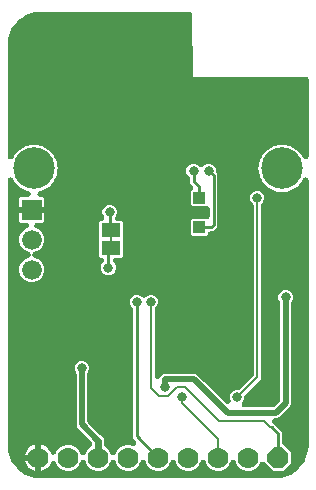
<source format=gbr>
G04 EAGLE Gerber RS-274X export*
G75*
%MOMM*%
%FSLAX34Y34*%
%LPD*%
%INBottom Copper*%
%IPPOS*%
%AMOC8*
5,1,8,0,0,1.08239X$1,22.5*%
G01*
%ADD10R,1.600200X1.168400*%
%ADD11R,0.203200X0.635000*%
%ADD12R,1.000000X1.000000*%
%ADD13C,3.516000*%
%ADD14P,1.924489X8X292.500000*%
%ADD15C,1.778000*%
%ADD16R,1.676400X1.676400*%
%ADD17C,1.676400*%
%ADD18C,0.806400*%
%ADD19C,0.500000*%
%ADD20C,0.250000*%
%ADD21C,0.210000*%
%ADD22C,0.254000*%
%ADD23C,0.203200*%
%ADD24C,0.609600*%

G36*
X230033Y2544D02*
X230033Y2544D01*
X230196Y2548D01*
X234101Y2856D01*
X234269Y2884D01*
X234438Y2906D01*
X234510Y2925D01*
X234541Y2930D01*
X234575Y2943D01*
X234677Y2970D01*
X242104Y5384D01*
X242145Y5401D01*
X242189Y5413D01*
X242351Y5489D01*
X242515Y5559D01*
X242552Y5584D01*
X242593Y5603D01*
X242801Y5739D01*
X249118Y10329D01*
X249153Y10359D01*
X249190Y10383D01*
X249320Y10505D01*
X249455Y10622D01*
X249483Y10658D01*
X249516Y10689D01*
X249671Y10882D01*
X254261Y17199D01*
X254285Y17238D01*
X254313Y17273D01*
X254399Y17429D01*
X254491Y17583D01*
X254507Y17625D01*
X254528Y17665D01*
X254616Y17896D01*
X257030Y25323D01*
X257068Y25489D01*
X257113Y25654D01*
X257122Y25728D01*
X257129Y25759D01*
X257131Y25795D01*
X257144Y25899D01*
X257452Y29804D01*
X257451Y29837D01*
X257459Y30000D01*
X257459Y254869D01*
X257445Y255027D01*
X257439Y255185D01*
X257425Y255249D01*
X257419Y255314D01*
X257377Y255467D01*
X257343Y255622D01*
X257318Y255682D01*
X257301Y255745D01*
X257232Y255888D01*
X257171Y256034D01*
X257136Y256089D01*
X257108Y256147D01*
X257015Y256276D01*
X256929Y256409D01*
X256884Y256456D01*
X256846Y256509D01*
X256731Y256619D01*
X256623Y256735D01*
X256571Y256774D01*
X256524Y256819D01*
X256392Y256907D01*
X256264Y257001D01*
X256206Y257030D01*
X256152Y257066D01*
X256006Y257129D01*
X255864Y257199D01*
X255801Y257217D01*
X255741Y257243D01*
X255587Y257279D01*
X255435Y257323D01*
X255370Y257329D01*
X255306Y257344D01*
X255148Y257352D01*
X254990Y257368D01*
X254925Y257363D01*
X254860Y257366D01*
X254703Y257346D01*
X254545Y257334D01*
X254482Y257317D01*
X254417Y257309D01*
X254266Y257261D01*
X254113Y257220D01*
X254054Y257193D01*
X253992Y257173D01*
X253852Y257099D01*
X253708Y257032D01*
X253655Y256994D01*
X253597Y256964D01*
X253472Y256866D01*
X253343Y256775D01*
X253297Y256728D01*
X253246Y256688D01*
X253141Y256569D01*
X253029Y256456D01*
X252973Y256380D01*
X252949Y256354D01*
X252932Y256325D01*
X252882Y256258D01*
X252296Y255381D01*
X252238Y255274D01*
X252171Y255173D01*
X252097Y255016D01*
X252082Y254989D01*
X252078Y254975D01*
X252066Y254949D01*
X251627Y253890D01*
X250816Y253080D01*
X250738Y252986D01*
X250653Y252900D01*
X250550Y252761D01*
X250530Y252737D01*
X250523Y252724D01*
X250506Y252701D01*
X249221Y250779D01*
X247299Y249494D01*
X247204Y249418D01*
X247104Y249350D01*
X246975Y249234D01*
X246951Y249214D01*
X246942Y249203D01*
X246920Y249184D01*
X246110Y248373D01*
X245051Y247934D01*
X244943Y247878D01*
X244831Y247831D01*
X244683Y247742D01*
X244655Y247727D01*
X244643Y247718D01*
X244619Y247704D01*
X242696Y246419D01*
X240429Y245968D01*
X240312Y245934D01*
X240193Y245909D01*
X240030Y245851D01*
X240000Y245842D01*
X239987Y245836D01*
X239960Y245826D01*
X238901Y245387D01*
X237755Y245387D01*
X237634Y245376D01*
X237512Y245375D01*
X237341Y245350D01*
X237310Y245347D01*
X237296Y245343D01*
X237267Y245339D01*
X235000Y244888D01*
X232733Y245339D01*
X232612Y245352D01*
X232492Y245375D01*
X232319Y245384D01*
X232288Y245387D01*
X232274Y245386D01*
X232245Y245387D01*
X231099Y245387D01*
X230040Y245826D01*
X229924Y245862D01*
X229811Y245908D01*
X229643Y245950D01*
X229614Y245959D01*
X229599Y245961D01*
X229571Y245968D01*
X227304Y246419D01*
X225381Y247704D01*
X225274Y247762D01*
X225173Y247829D01*
X225016Y247903D01*
X224989Y247918D01*
X224975Y247922D01*
X224949Y247934D01*
X223890Y248373D01*
X223080Y249184D01*
X222986Y249262D01*
X222900Y249347D01*
X222761Y249450D01*
X222737Y249470D01*
X222724Y249477D01*
X222701Y249494D01*
X220779Y250779D01*
X219494Y252701D01*
X219418Y252796D01*
X219350Y252896D01*
X219234Y253025D01*
X219214Y253049D01*
X219203Y253058D01*
X219184Y253080D01*
X218373Y253890D01*
X217934Y254949D01*
X217878Y255057D01*
X217831Y255169D01*
X217742Y255317D01*
X217727Y255345D01*
X217718Y255357D01*
X217704Y255381D01*
X216419Y257304D01*
X215968Y259571D01*
X215934Y259688D01*
X215909Y259807D01*
X215851Y259970D01*
X215842Y260000D01*
X215836Y260013D01*
X215826Y260040D01*
X215387Y261099D01*
X215387Y262245D01*
X215376Y262366D01*
X215375Y262488D01*
X215350Y262659D01*
X215347Y262690D01*
X215343Y262704D01*
X215339Y262733D01*
X214888Y265000D01*
X215339Y267267D01*
X215352Y267388D01*
X215375Y267508D01*
X215384Y267681D01*
X215387Y267712D01*
X215386Y267726D01*
X215387Y267755D01*
X215387Y268901D01*
X215826Y269960D01*
X215862Y270076D01*
X215908Y270189D01*
X215950Y270357D01*
X215959Y270386D01*
X215961Y270401D01*
X215968Y270429D01*
X216419Y272696D01*
X217704Y274619D01*
X217762Y274726D01*
X217829Y274827D01*
X217903Y274984D01*
X217918Y275011D01*
X217922Y275025D01*
X217934Y275051D01*
X218373Y276110D01*
X219184Y276920D01*
X219262Y277014D01*
X219347Y277100D01*
X219450Y277239D01*
X219470Y277263D01*
X219477Y277276D01*
X219494Y277299D01*
X220779Y279221D01*
X222701Y280506D01*
X222796Y280582D01*
X222896Y280650D01*
X223025Y280766D01*
X223049Y280786D01*
X223058Y280797D01*
X223080Y280816D01*
X223890Y281627D01*
X224949Y282066D01*
X225057Y282122D01*
X225169Y282169D01*
X225317Y282258D01*
X225345Y282273D01*
X225357Y282282D01*
X225381Y282296D01*
X227304Y283581D01*
X229571Y284032D01*
X229688Y284066D01*
X229807Y284091D01*
X229970Y284149D01*
X230000Y284158D01*
X230013Y284164D01*
X230040Y284174D01*
X231099Y284613D01*
X232245Y284613D01*
X232366Y284624D01*
X232488Y284625D01*
X232659Y284650D01*
X232690Y284653D01*
X232704Y284657D01*
X232733Y284661D01*
X235000Y285112D01*
X237267Y284661D01*
X237388Y284648D01*
X237508Y284625D01*
X237681Y284616D01*
X237712Y284613D01*
X237726Y284614D01*
X237755Y284613D01*
X238901Y284613D01*
X239960Y284174D01*
X240076Y284138D01*
X240189Y284092D01*
X240357Y284050D01*
X240386Y284041D01*
X240401Y284039D01*
X240429Y284032D01*
X242696Y283581D01*
X244619Y282296D01*
X244726Y282238D01*
X244827Y282171D01*
X244984Y282097D01*
X245011Y282082D01*
X245025Y282078D01*
X245051Y282066D01*
X246110Y281627D01*
X246920Y280816D01*
X247014Y280738D01*
X247100Y280653D01*
X247239Y280550D01*
X247263Y280530D01*
X247276Y280523D01*
X247299Y280506D01*
X249221Y279221D01*
X250506Y277299D01*
X250582Y277204D01*
X250650Y277104D01*
X250766Y276975D01*
X250786Y276951D01*
X250797Y276942D01*
X250816Y276920D01*
X251627Y276110D01*
X252066Y275051D01*
X252122Y274943D01*
X252169Y274831D01*
X252258Y274682D01*
X252273Y274655D01*
X252282Y274644D01*
X252296Y274619D01*
X252882Y273742D01*
X252981Y273619D01*
X253074Y273491D01*
X253121Y273445D01*
X253162Y273395D01*
X253282Y273291D01*
X253396Y273181D01*
X253451Y273145D01*
X253500Y273102D01*
X253636Y273022D01*
X253768Y272934D01*
X253828Y272908D01*
X253885Y272875D01*
X254033Y272820D01*
X254179Y272757D01*
X254242Y272742D01*
X254303Y272719D01*
X254460Y272692D01*
X254614Y272656D01*
X254679Y272653D01*
X254743Y272641D01*
X254902Y272641D01*
X255060Y272634D01*
X255125Y272642D01*
X255190Y272642D01*
X255346Y272671D01*
X255503Y272691D01*
X255565Y272711D01*
X255629Y272723D01*
X255778Y272779D01*
X255928Y272827D01*
X255986Y272857D01*
X256047Y272880D01*
X256183Y272962D01*
X256323Y273036D01*
X256374Y273076D01*
X256430Y273110D01*
X256550Y273214D01*
X256674Y273312D01*
X256718Y273361D01*
X256767Y273404D01*
X256865Y273528D01*
X256971Y273646D01*
X257005Y273702D01*
X257045Y273753D01*
X257120Y273893D01*
X257203Y274028D01*
X257226Y274089D01*
X257257Y274146D01*
X257306Y274297D01*
X257363Y274445D01*
X257376Y274509D01*
X257396Y274571D01*
X257417Y274728D01*
X257447Y274884D01*
X257452Y274979D01*
X257457Y275014D01*
X257455Y275047D01*
X257459Y275131D01*
X257459Y340000D01*
X257457Y340028D01*
X257457Y340039D01*
X257455Y340056D01*
X257457Y340100D01*
X257435Y340272D01*
X257419Y340445D01*
X257406Y340493D01*
X257400Y340543D01*
X257347Y340708D01*
X257301Y340876D01*
X257279Y340921D01*
X257264Y340968D01*
X257183Y341122D01*
X257108Y341278D01*
X257078Y341319D01*
X257055Y341363D01*
X256948Y341500D01*
X256846Y341640D01*
X256810Y341675D01*
X256779Y341714D01*
X256649Y341830D01*
X256524Y341950D01*
X256482Y341977D01*
X256444Y342011D01*
X256296Y342101D01*
X256152Y342197D01*
X256106Y342217D01*
X256063Y342243D01*
X255901Y342305D01*
X255741Y342374D01*
X255693Y342385D01*
X255646Y342403D01*
X255475Y342436D01*
X255306Y342475D01*
X255256Y342478D01*
X255207Y342487D01*
X254960Y342499D01*
X159907Y342499D01*
X158795Y395013D01*
X158795Y395020D01*
X158795Y395023D01*
X158793Y395037D01*
X158794Y395060D01*
X158768Y395258D01*
X158746Y395457D01*
X158739Y395480D01*
X158736Y395503D01*
X158676Y395693D01*
X158618Y395885D01*
X158608Y395906D01*
X158601Y395928D01*
X158507Y396105D01*
X158417Y396284D01*
X158402Y396302D01*
X158391Y396323D01*
X158268Y396480D01*
X158147Y396640D01*
X158130Y396656D01*
X158115Y396674D01*
X157966Y396807D01*
X157819Y396942D01*
X157799Y396955D01*
X157781Y396971D01*
X157611Y397074D01*
X157441Y397182D01*
X157420Y397191D01*
X157400Y397203D01*
X157213Y397274D01*
X157028Y397350D01*
X157005Y397355D01*
X156983Y397363D01*
X156786Y397401D01*
X156591Y397442D01*
X156567Y397443D01*
X156544Y397447D01*
X156297Y397459D01*
X30000Y397459D01*
X29967Y397456D01*
X29804Y397452D01*
X25899Y397144D01*
X25731Y397116D01*
X25562Y397094D01*
X25490Y397075D01*
X25459Y397070D01*
X25425Y397057D01*
X25323Y397030D01*
X17896Y394616D01*
X17855Y394599D01*
X17811Y394587D01*
X17649Y394511D01*
X17485Y394441D01*
X17448Y394416D01*
X17407Y394397D01*
X17199Y394261D01*
X10882Y389671D01*
X10847Y389641D01*
X10810Y389617D01*
X10680Y389495D01*
X10545Y389378D01*
X10517Y389342D01*
X10484Y389311D01*
X10329Y389118D01*
X5739Y382801D01*
X5715Y382762D01*
X5687Y382727D01*
X5601Y382571D01*
X5509Y382417D01*
X5493Y382375D01*
X5472Y382335D01*
X5384Y382104D01*
X2970Y374677D01*
X2932Y374511D01*
X2887Y374346D01*
X2878Y374272D01*
X2871Y374241D01*
X2869Y374205D01*
X2856Y374101D01*
X2548Y370196D01*
X2549Y370163D01*
X2541Y370000D01*
X2541Y275131D01*
X2555Y274973D01*
X2561Y274815D01*
X2575Y274751D01*
X2581Y274686D01*
X2623Y274533D01*
X2657Y274378D01*
X2682Y274318D01*
X2699Y274255D01*
X2768Y274112D01*
X2829Y273966D01*
X2864Y273911D01*
X2892Y273853D01*
X2985Y273724D01*
X3071Y273591D01*
X3116Y273544D01*
X3154Y273491D01*
X3269Y273381D01*
X3377Y273265D01*
X3429Y273226D01*
X3476Y273181D01*
X3608Y273093D01*
X3736Y272999D01*
X3794Y272970D01*
X3848Y272934D01*
X3994Y272871D01*
X4136Y272801D01*
X4199Y272783D01*
X4259Y272757D01*
X4413Y272721D01*
X4565Y272677D01*
X4630Y272671D01*
X4694Y272656D01*
X4852Y272648D01*
X5010Y272632D01*
X5075Y272637D01*
X5140Y272634D01*
X5297Y272654D01*
X5455Y272666D01*
X5518Y272683D01*
X5583Y272691D01*
X5734Y272739D01*
X5887Y272780D01*
X5946Y272807D01*
X6008Y272827D01*
X6148Y272901D01*
X6292Y272968D01*
X6345Y273006D01*
X6403Y273036D01*
X6528Y273134D01*
X6657Y273225D01*
X6703Y273272D01*
X6754Y273312D01*
X6859Y273431D01*
X6971Y273544D01*
X7027Y273620D01*
X7051Y273646D01*
X7068Y273675D01*
X7118Y273742D01*
X7704Y274619D01*
X7762Y274726D01*
X7829Y274827D01*
X7903Y274984D01*
X7918Y275011D01*
X7922Y275025D01*
X7934Y275051D01*
X8373Y276110D01*
X9184Y276920D01*
X9262Y277014D01*
X9347Y277100D01*
X9450Y277239D01*
X9470Y277263D01*
X9477Y277276D01*
X9494Y277299D01*
X10779Y279221D01*
X12701Y280506D01*
X12796Y280582D01*
X12896Y280650D01*
X13025Y280766D01*
X13049Y280786D01*
X13058Y280797D01*
X13080Y280816D01*
X13890Y281627D01*
X14949Y282066D01*
X15057Y282122D01*
X15169Y282169D01*
X15317Y282258D01*
X15345Y282273D01*
X15357Y282282D01*
X15381Y282296D01*
X17304Y283581D01*
X19571Y284032D01*
X19688Y284066D01*
X19807Y284091D01*
X19970Y284149D01*
X20000Y284158D01*
X20013Y284164D01*
X20040Y284174D01*
X21099Y284613D01*
X22245Y284613D01*
X22366Y284624D01*
X22488Y284625D01*
X22659Y284650D01*
X22690Y284653D01*
X22704Y284657D01*
X22733Y284661D01*
X25000Y285112D01*
X27267Y284661D01*
X27388Y284648D01*
X27508Y284625D01*
X27681Y284616D01*
X27712Y284613D01*
X27726Y284614D01*
X27755Y284613D01*
X28901Y284613D01*
X29960Y284174D01*
X30076Y284138D01*
X30189Y284092D01*
X30357Y284050D01*
X30386Y284041D01*
X30401Y284039D01*
X30429Y284032D01*
X32696Y283581D01*
X34619Y282296D01*
X34726Y282238D01*
X34827Y282171D01*
X34984Y282097D01*
X35011Y282082D01*
X35025Y282078D01*
X35051Y282066D01*
X36110Y281627D01*
X36920Y280816D01*
X37014Y280738D01*
X37100Y280653D01*
X37239Y280550D01*
X37263Y280530D01*
X37276Y280523D01*
X37299Y280506D01*
X39221Y279221D01*
X40506Y277299D01*
X40582Y277204D01*
X40650Y277104D01*
X40766Y276975D01*
X40786Y276951D01*
X40797Y276942D01*
X40816Y276920D01*
X41627Y276110D01*
X42066Y275051D01*
X42122Y274943D01*
X42169Y274831D01*
X42258Y274683D01*
X42273Y274655D01*
X42282Y274643D01*
X42296Y274619D01*
X43581Y272696D01*
X44032Y270429D01*
X44066Y270312D01*
X44091Y270193D01*
X44149Y270030D01*
X44158Y270000D01*
X44164Y269987D01*
X44174Y269960D01*
X44613Y268901D01*
X44613Y267755D01*
X44624Y267634D01*
X44625Y267512D01*
X44650Y267341D01*
X44653Y267310D01*
X44657Y267296D01*
X44661Y267267D01*
X45112Y265000D01*
X44661Y262733D01*
X44648Y262612D01*
X44625Y262492D01*
X44616Y262319D01*
X44613Y262288D01*
X44614Y262274D01*
X44613Y262245D01*
X44613Y261099D01*
X44174Y260040D01*
X44138Y259924D01*
X44092Y259811D01*
X44050Y259643D01*
X44041Y259614D01*
X44039Y259599D01*
X44032Y259571D01*
X43581Y257304D01*
X42296Y255381D01*
X42238Y255274D01*
X42171Y255173D01*
X42097Y255016D01*
X42082Y254989D01*
X42078Y254975D01*
X42066Y254949D01*
X41627Y253890D01*
X40816Y253080D01*
X40738Y252986D01*
X40653Y252900D01*
X40550Y252761D01*
X40530Y252737D01*
X40523Y252724D01*
X40506Y252701D01*
X39221Y250779D01*
X37299Y249494D01*
X37204Y249418D01*
X37104Y249350D01*
X36975Y249234D01*
X36951Y249214D01*
X36942Y249203D01*
X36920Y249184D01*
X36110Y248373D01*
X35051Y247934D01*
X34943Y247878D01*
X34831Y247831D01*
X34683Y247742D01*
X34655Y247727D01*
X34643Y247718D01*
X34619Y247704D01*
X32696Y246419D01*
X30429Y245968D01*
X30312Y245934D01*
X30193Y245909D01*
X30030Y245851D01*
X30000Y245842D01*
X29987Y245836D01*
X29960Y245826D01*
X29417Y245601D01*
X29258Y245518D01*
X29095Y245440D01*
X29060Y245414D01*
X29021Y245394D01*
X28880Y245284D01*
X28733Y245178D01*
X28703Y245146D01*
X28669Y245120D01*
X28549Y244986D01*
X28424Y244856D01*
X28400Y244819D01*
X28371Y244787D01*
X28276Y244634D01*
X28177Y244484D01*
X28159Y244443D01*
X28137Y244407D01*
X28071Y244239D01*
X28000Y244073D01*
X27990Y244031D01*
X27974Y243990D01*
X27939Y243813D01*
X27898Y243638D01*
X27896Y243595D01*
X27888Y243552D01*
X27885Y243372D01*
X27876Y243192D01*
X27882Y243149D01*
X27881Y243105D01*
X27911Y242928D01*
X27934Y242749D01*
X27947Y242708D01*
X27954Y242665D01*
X28015Y242495D01*
X28070Y242324D01*
X28090Y242285D01*
X28105Y242244D01*
X28194Y242088D01*
X28279Y241929D01*
X28306Y241895D01*
X28327Y241857D01*
X28444Y241719D01*
X28555Y241578D01*
X28587Y241549D01*
X28616Y241516D01*
X28754Y241401D01*
X28889Y241281D01*
X28926Y241259D01*
X28960Y241231D01*
X29117Y241143D01*
X29271Y241049D01*
X29311Y241034D01*
X29349Y241012D01*
X29519Y240953D01*
X29688Y240889D01*
X29731Y240881D01*
X29771Y240866D01*
X29949Y240839D01*
X30126Y240805D01*
X30186Y240802D01*
X30213Y240798D01*
X30250Y240799D01*
X30374Y240793D01*
X31576Y240793D01*
X32223Y240620D01*
X32802Y240285D01*
X33275Y239812D01*
X33610Y239233D01*
X33783Y238586D01*
X33783Y232369D01*
X22860Y232369D01*
X11937Y232369D01*
X11937Y238586D01*
X12110Y239233D01*
X12445Y239812D01*
X12918Y240285D01*
X13497Y240620D01*
X14144Y240793D01*
X19626Y240793D01*
X19806Y240809D01*
X19986Y240819D01*
X20028Y240829D01*
X20071Y240833D01*
X20246Y240881D01*
X20420Y240922D01*
X20460Y240940D01*
X20502Y240951D01*
X20665Y241029D01*
X20829Y241101D01*
X20866Y241126D01*
X20905Y241144D01*
X21051Y241250D01*
X21200Y241350D01*
X21231Y241381D01*
X21267Y241406D01*
X21391Y241536D01*
X21521Y241662D01*
X21546Y241697D01*
X21576Y241728D01*
X21676Y241878D01*
X21781Y242025D01*
X21799Y242064D01*
X21823Y242100D01*
X21895Y242266D01*
X21972Y242429D01*
X21983Y242471D01*
X22000Y242511D01*
X22041Y242686D01*
X22088Y242860D01*
X22092Y242903D01*
X22102Y242946D01*
X22110Y243125D01*
X22126Y243305D01*
X22122Y243348D01*
X22124Y243392D01*
X22100Y243570D01*
X22083Y243750D01*
X22072Y243792D01*
X22066Y243835D01*
X22011Y244006D01*
X21963Y244180D01*
X21944Y244219D01*
X21930Y244260D01*
X21846Y244420D01*
X21767Y244582D01*
X21742Y244617D01*
X21721Y244655D01*
X21610Y244797D01*
X21504Y244942D01*
X21472Y244972D01*
X21445Y245006D01*
X21310Y245126D01*
X21180Y245250D01*
X21143Y245274D01*
X21111Y245303D01*
X20957Y245396D01*
X20806Y245495D01*
X20752Y245521D01*
X20729Y245535D01*
X20694Y245548D01*
X20583Y245601D01*
X20040Y245826D01*
X19924Y245862D01*
X19811Y245908D01*
X19643Y245950D01*
X19613Y245959D01*
X19599Y245961D01*
X19571Y245968D01*
X17304Y246419D01*
X15381Y247704D01*
X15274Y247762D01*
X15173Y247829D01*
X15016Y247903D01*
X14989Y247918D01*
X14975Y247922D01*
X14949Y247934D01*
X13890Y248373D01*
X13080Y249184D01*
X12986Y249262D01*
X12900Y249347D01*
X12761Y249450D01*
X12737Y249470D01*
X12724Y249477D01*
X12701Y249494D01*
X10779Y250779D01*
X9494Y252701D01*
X9418Y252796D01*
X9350Y252896D01*
X9234Y253025D01*
X9214Y253049D01*
X9203Y253058D01*
X9184Y253080D01*
X8373Y253890D01*
X7934Y254949D01*
X7878Y255057D01*
X7831Y255169D01*
X7742Y255318D01*
X7727Y255345D01*
X7718Y255356D01*
X7704Y255381D01*
X7118Y256258D01*
X7019Y256381D01*
X6926Y256509D01*
X6879Y256555D01*
X6838Y256605D01*
X6718Y256709D01*
X6604Y256819D01*
X6549Y256855D01*
X6500Y256898D01*
X6364Y256978D01*
X6232Y257066D01*
X6172Y257092D01*
X6115Y257125D01*
X5967Y257180D01*
X5821Y257243D01*
X5758Y257258D01*
X5697Y257281D01*
X5540Y257308D01*
X5386Y257344D01*
X5321Y257347D01*
X5257Y257359D01*
X5098Y257359D01*
X4940Y257366D01*
X4875Y257358D01*
X4810Y257358D01*
X4654Y257329D01*
X4497Y257309D01*
X4435Y257289D01*
X4371Y257277D01*
X4222Y257221D01*
X4072Y257173D01*
X4014Y257143D01*
X3953Y257120D01*
X3817Y257038D01*
X3677Y256964D01*
X3626Y256924D01*
X3570Y256890D01*
X3450Y256786D01*
X3326Y256688D01*
X3282Y256639D01*
X3233Y256596D01*
X3135Y256472D01*
X3029Y256354D01*
X2995Y256298D01*
X2955Y256247D01*
X2880Y256107D01*
X2797Y255972D01*
X2774Y255911D01*
X2743Y255854D01*
X2694Y255703D01*
X2637Y255555D01*
X2624Y255491D01*
X2604Y255429D01*
X2583Y255272D01*
X2553Y255116D01*
X2548Y255021D01*
X2543Y254986D01*
X2545Y254953D01*
X2541Y254869D01*
X2541Y30000D01*
X2544Y29967D01*
X2544Y29958D01*
X2543Y29933D01*
X2545Y29913D01*
X2548Y29804D01*
X2856Y25899D01*
X2884Y25731D01*
X2906Y25562D01*
X2925Y25490D01*
X2930Y25459D01*
X2943Y25425D01*
X2970Y25323D01*
X5384Y17896D01*
X5401Y17855D01*
X5413Y17811D01*
X5489Y17649D01*
X5559Y17485D01*
X5584Y17448D01*
X5603Y17407D01*
X5739Y17199D01*
X10329Y10882D01*
X10359Y10847D01*
X10383Y10810D01*
X10505Y10680D01*
X10622Y10545D01*
X10658Y10517D01*
X10689Y10484D01*
X10882Y10329D01*
X17199Y5739D01*
X17238Y5715D01*
X17273Y5687D01*
X17429Y5601D01*
X17583Y5509D01*
X17625Y5493D01*
X17665Y5472D01*
X17896Y5384D01*
X25323Y2970D01*
X25489Y2932D01*
X25654Y2887D01*
X25728Y2878D01*
X25759Y2871D01*
X25795Y2869D01*
X25899Y2856D01*
X29804Y2548D01*
X29837Y2549D01*
X30000Y2541D01*
X230000Y2541D01*
X230033Y2544D01*
G37*
%LPC*%
G36*
X30899Y20000D02*
X30899Y20000D01*
X30899Y31177D01*
X31077Y31149D01*
X32788Y30593D01*
X34391Y29776D01*
X35847Y28719D01*
X37119Y27447D01*
X38176Y25991D01*
X38993Y24388D01*
X39011Y24335D01*
X39015Y24324D01*
X39018Y24313D01*
X39102Y24121D01*
X39186Y23924D01*
X39192Y23914D01*
X39197Y23904D01*
X39315Y23729D01*
X39432Y23551D01*
X39440Y23543D01*
X39446Y23533D01*
X39593Y23381D01*
X39740Y23228D01*
X39749Y23221D01*
X39757Y23213D01*
X39930Y23089D01*
X40101Y22964D01*
X40111Y22959D01*
X40120Y22953D01*
X40312Y22862D01*
X40503Y22769D01*
X40514Y22766D01*
X40524Y22762D01*
X40730Y22706D01*
X40933Y22649D01*
X40944Y22648D01*
X40955Y22645D01*
X41168Y22627D01*
X41378Y22608D01*
X41389Y22609D01*
X41401Y22608D01*
X41612Y22628D01*
X41823Y22646D01*
X41834Y22649D01*
X41845Y22650D01*
X42048Y22707D01*
X42254Y22763D01*
X42264Y22768D01*
X42275Y22771D01*
X42466Y22863D01*
X42658Y22954D01*
X42667Y22961D01*
X42677Y22966D01*
X42849Y23092D01*
X43020Y23215D01*
X43028Y23223D01*
X43038Y23230D01*
X43185Y23384D01*
X43331Y23536D01*
X43337Y23545D01*
X43345Y23553D01*
X43462Y23731D01*
X43580Y23907D01*
X43584Y23917D01*
X43591Y23927D01*
X43697Y24150D01*
X44540Y26187D01*
X47613Y29260D01*
X51627Y30923D01*
X55973Y30923D01*
X59987Y29260D01*
X63060Y26187D01*
X64191Y23456D01*
X64254Y23335D01*
X64309Y23210D01*
X64358Y23138D01*
X64398Y23061D01*
X64482Y22953D01*
X64558Y22839D01*
X64619Y22777D01*
X64672Y22708D01*
X64774Y22617D01*
X64870Y22519D01*
X64940Y22468D01*
X65005Y22410D01*
X65121Y22338D01*
X65233Y22259D01*
X65312Y22221D01*
X65386Y22176D01*
X65513Y22126D01*
X65637Y22067D01*
X65721Y22045D01*
X65802Y22013D01*
X65936Y21987D01*
X66068Y21951D01*
X66155Y21944D01*
X66240Y21927D01*
X66377Y21925D01*
X66513Y21914D01*
X66600Y21922D01*
X66687Y21921D01*
X66822Y21943D01*
X66958Y21956D01*
X67041Y21979D01*
X67127Y21994D01*
X67256Y22040D01*
X67388Y22077D01*
X67466Y22115D01*
X67548Y22144D01*
X67666Y22212D01*
X67790Y22272D01*
X67860Y22323D01*
X67935Y22367D01*
X68040Y22455D01*
X68150Y22536D01*
X68210Y22599D01*
X68276Y22655D01*
X68363Y22760D01*
X68458Y22859D01*
X68506Y22932D01*
X68561Y22999D01*
X68628Y23118D01*
X68703Y23233D01*
X68762Y23356D01*
X68780Y23389D01*
X68787Y23411D01*
X68809Y23456D01*
X69940Y26187D01*
X73273Y29520D01*
X73324Y29560D01*
X73329Y29565D01*
X73334Y29569D01*
X73478Y29732D01*
X73622Y29892D01*
X73626Y29898D01*
X73631Y29904D01*
X73742Y30087D01*
X73856Y30272D01*
X73859Y30279D01*
X73863Y30285D01*
X73940Y30485D01*
X74019Y30688D01*
X74021Y30695D01*
X74023Y30702D01*
X74064Y30917D01*
X74106Y31127D01*
X74106Y31134D01*
X74107Y31141D01*
X74119Y31388D01*
X74119Y32135D01*
X74103Y32320D01*
X74091Y32507D01*
X74083Y32543D01*
X74079Y32580D01*
X74030Y32761D01*
X73986Y32941D01*
X73971Y32975D01*
X73961Y33011D01*
X73880Y33179D01*
X73804Y33350D01*
X73784Y33380D01*
X73768Y33414D01*
X73658Y33565D01*
X73553Y33719D01*
X73519Y33757D01*
X73506Y33775D01*
X73479Y33801D01*
X73387Y33903D01*
X61657Y45632D01*
X60967Y47298D01*
X60967Y90921D01*
X60951Y91107D01*
X60939Y91293D01*
X60931Y91329D01*
X60927Y91366D01*
X60878Y91545D01*
X60834Y91727D01*
X60819Y91761D01*
X60809Y91796D01*
X60728Y91965D01*
X60652Y92135D01*
X60632Y92166D01*
X60616Y92199D01*
X60506Y92351D01*
X60401Y92505D01*
X60368Y92541D01*
X59435Y94794D01*
X59435Y97206D01*
X60359Y99435D01*
X62065Y101141D01*
X64294Y102065D01*
X66706Y102065D01*
X68935Y101141D01*
X70641Y99435D01*
X71565Y97206D01*
X71565Y94794D01*
X70623Y92520D01*
X70521Y92405D01*
X70502Y92374D01*
X70478Y92345D01*
X70386Y92183D01*
X70289Y92024D01*
X70276Y91989D01*
X70258Y91957D01*
X70196Y91781D01*
X70129Y91607D01*
X70122Y91570D01*
X70110Y91536D01*
X70080Y91352D01*
X70045Y91168D01*
X70042Y91117D01*
X70039Y91094D01*
X70040Y91058D01*
X70033Y90921D01*
X70033Y51113D01*
X70049Y50927D01*
X70061Y50741D01*
X70069Y50705D01*
X70073Y50668D01*
X70122Y50487D01*
X70166Y50307D01*
X70181Y50273D01*
X70191Y50237D01*
X70272Y50069D01*
X70348Y49898D01*
X70368Y49868D01*
X70384Y49834D01*
X70494Y49683D01*
X70599Y49529D01*
X70633Y49492D01*
X70646Y49473D01*
X70673Y49447D01*
X70765Y49346D01*
X80403Y39707D01*
X80513Y39615D01*
X80617Y39516D01*
X80685Y39472D01*
X80746Y39420D01*
X80871Y39350D01*
X80991Y39271D01*
X81102Y39218D01*
X81135Y39200D01*
X81160Y39191D01*
X81214Y39165D01*
X82078Y38807D01*
X83507Y37378D01*
X84281Y35511D01*
X84281Y31388D01*
X84281Y31381D01*
X84281Y31374D01*
X84301Y31159D01*
X84321Y30943D01*
X84323Y30936D01*
X84323Y30929D01*
X84382Y30721D01*
X84439Y30512D01*
X84442Y30506D01*
X84444Y30499D01*
X84539Y30305D01*
X84632Y30110D01*
X84637Y30104D01*
X84640Y30098D01*
X84767Y29923D01*
X84894Y29748D01*
X84899Y29743D01*
X84904Y29737D01*
X85033Y29614D01*
X85036Y29611D01*
X88460Y26187D01*
X89591Y23456D01*
X89654Y23335D01*
X89709Y23210D01*
X89758Y23138D01*
X89798Y23061D01*
X89882Y22953D01*
X89958Y22839D01*
X90019Y22777D01*
X90072Y22708D01*
X90174Y22617D01*
X90270Y22519D01*
X90340Y22468D01*
X90405Y22410D01*
X90521Y22338D01*
X90633Y22259D01*
X90712Y22221D01*
X90786Y22176D01*
X90913Y22126D01*
X91037Y22067D01*
X91121Y22045D01*
X91202Y22013D01*
X91336Y21987D01*
X91468Y21951D01*
X91555Y21944D01*
X91640Y21927D01*
X91777Y21925D01*
X91913Y21914D01*
X92000Y21922D01*
X92087Y21921D01*
X92222Y21943D01*
X92358Y21956D01*
X92441Y21979D01*
X92527Y21994D01*
X92656Y22040D01*
X92788Y22077D01*
X92866Y22115D01*
X92948Y22144D01*
X93066Y22212D01*
X93190Y22272D01*
X93260Y22323D01*
X93335Y22367D01*
X93440Y22455D01*
X93550Y22536D01*
X93610Y22599D01*
X93676Y22655D01*
X93763Y22760D01*
X93858Y22859D01*
X93906Y22932D01*
X93961Y22999D01*
X94028Y23118D01*
X94103Y23233D01*
X94162Y23356D01*
X94180Y23389D01*
X94187Y23411D01*
X94209Y23456D01*
X95340Y26187D01*
X98413Y29260D01*
X102427Y30923D01*
X106773Y30923D01*
X108196Y30333D01*
X108368Y30279D01*
X108538Y30220D01*
X108581Y30213D01*
X108623Y30200D01*
X108801Y30177D01*
X108979Y30149D01*
X109023Y30150D01*
X109066Y30144D01*
X109246Y30154D01*
X109426Y30158D01*
X109468Y30166D01*
X109512Y30169D01*
X109688Y30211D01*
X109864Y30246D01*
X109904Y30262D01*
X109946Y30272D01*
X110112Y30344D01*
X110279Y30411D01*
X110316Y30434D01*
X110356Y30451D01*
X110505Y30552D01*
X110658Y30647D01*
X110690Y30676D01*
X110726Y30700D01*
X110856Y30826D01*
X110989Y30947D01*
X111016Y30981D01*
X111047Y31012D01*
X111152Y31158D01*
X111262Y31301D01*
X111282Y31339D01*
X111307Y31375D01*
X111384Y31538D01*
X111467Y31698D01*
X111479Y31739D01*
X111498Y31779D01*
X111545Y31952D01*
X111598Y32125D01*
X111603Y32168D01*
X111614Y32210D01*
X111630Y32389D01*
X111651Y32568D01*
X111648Y32612D01*
X111652Y32655D01*
X111635Y32834D01*
X111624Y33014D01*
X111614Y33056D01*
X111610Y33100D01*
X111561Y33274D01*
X111518Y33448D01*
X111501Y33488D01*
X111489Y33530D01*
X111410Y33692D01*
X111337Y33856D01*
X111313Y33892D01*
X111294Y33931D01*
X111188Y34077D01*
X111086Y34226D01*
X111046Y34270D01*
X111030Y34292D01*
X111003Y34318D01*
X110920Y34409D01*
X108697Y36632D01*
X108697Y40135D01*
X108705Y40176D01*
X108708Y40226D01*
X108711Y40250D01*
X108710Y40287D01*
X108717Y40423D01*
X108717Y145671D01*
X108701Y145857D01*
X108689Y146043D01*
X108681Y146079D01*
X108677Y146116D01*
X108628Y146296D01*
X108584Y146477D01*
X108569Y146510D01*
X108559Y146546D01*
X108478Y146715D01*
X108402Y146885D01*
X108382Y146916D01*
X108366Y146949D01*
X108256Y147100D01*
X108151Y147254D01*
X108117Y147292D01*
X108104Y147311D01*
X108077Y147336D01*
X107985Y147438D01*
X106859Y148565D01*
X105935Y150794D01*
X105935Y153206D01*
X106859Y155435D01*
X108565Y157141D01*
X110794Y158065D01*
X113206Y158065D01*
X115435Y157141D01*
X116233Y156344D01*
X116271Y156312D01*
X116305Y156275D01*
X116442Y156169D01*
X116576Y156058D01*
X116619Y156033D01*
X116659Y156002D01*
X116813Y155923D01*
X116964Y155837D01*
X117011Y155820D01*
X117056Y155797D01*
X117222Y155746D01*
X117385Y155689D01*
X117435Y155681D01*
X117483Y155666D01*
X117655Y155646D01*
X117826Y155618D01*
X117876Y155619D01*
X117926Y155613D01*
X118100Y155624D01*
X118273Y155627D01*
X118322Y155637D01*
X118372Y155640D01*
X118541Y155681D01*
X118711Y155715D01*
X118757Y155734D01*
X118806Y155746D01*
X118965Y155816D01*
X119126Y155880D01*
X119169Y155907D01*
X119214Y155927D01*
X119358Y156025D01*
X119505Y156116D01*
X119542Y156150D01*
X119584Y156178D01*
X119767Y156344D01*
X120565Y157141D01*
X122794Y158065D01*
X125206Y158065D01*
X127435Y157141D01*
X129141Y155435D01*
X130065Y153206D01*
X130065Y150794D01*
X129141Y148565D01*
X127781Y147204D01*
X127661Y147061D01*
X127537Y146921D01*
X127518Y146889D01*
X127494Y146861D01*
X127402Y146699D01*
X127305Y146540D01*
X127292Y146505D01*
X127274Y146473D01*
X127212Y146297D01*
X127145Y146123D01*
X127138Y146086D01*
X127125Y146051D01*
X127096Y145867D01*
X127061Y145684D01*
X127058Y145633D01*
X127055Y145610D01*
X127056Y145573D01*
X127049Y145437D01*
X127049Y89159D01*
X127065Y88980D01*
X127075Y88800D01*
X127085Y88757D01*
X127089Y88714D01*
X127136Y88540D01*
X127178Y88365D01*
X127196Y88325D01*
X127207Y88283D01*
X127285Y88121D01*
X127357Y87956D01*
X127382Y87920D01*
X127400Y87880D01*
X127506Y87734D01*
X127606Y87585D01*
X127637Y87554D01*
X127662Y87519D01*
X127792Y87394D01*
X127918Y87265D01*
X127953Y87239D01*
X127984Y87209D01*
X128134Y87110D01*
X128281Y87005D01*
X128320Y86986D01*
X128356Y86962D01*
X128522Y86890D01*
X128685Y86813D01*
X128727Y86802D01*
X128767Y86785D01*
X128942Y86744D01*
X129116Y86697D01*
X129159Y86694D01*
X129202Y86684D01*
X129381Y86675D01*
X129561Y86660D01*
X129604Y86664D01*
X129648Y86662D01*
X129826Y86685D01*
X130006Y86702D01*
X130048Y86714D01*
X130091Y86719D01*
X130262Y86774D01*
X130436Y86823D01*
X130475Y86842D01*
X130516Y86855D01*
X130675Y86939D01*
X130838Y87018D01*
X130873Y87044D01*
X130911Y87064D01*
X131053Y87176D01*
X131198Y87282D01*
X131228Y87313D01*
X131262Y87340D01*
X131382Y87475D01*
X131506Y87605D01*
X131530Y87642D01*
X131559Y87674D01*
X131652Y87828D01*
X131751Y87979D01*
X131777Y88033D01*
X131791Y88056D01*
X131804Y88091D01*
X131857Y88202D01*
X132157Y88928D01*
X133432Y90203D01*
X135098Y90893D01*
X159857Y90893D01*
X159890Y90896D01*
X159973Y90895D01*
X160808Y90934D01*
X160834Y90928D01*
X160838Y90927D01*
X161604Y90610D01*
X161635Y90600D01*
X161712Y90568D01*
X162499Y90284D01*
X162519Y90269D01*
X162524Y90266D01*
X163110Y89681D01*
X163135Y89659D01*
X163194Y89600D01*
X169144Y84179D01*
X169212Y84127D01*
X169274Y84068D01*
X169390Y83992D01*
X169500Y83909D01*
X169504Y83906D01*
X170089Y83321D01*
X170115Y83299D01*
X170174Y83241D01*
X170792Y82677D01*
X170805Y82655D01*
X170860Y82590D01*
X170909Y82519D01*
X171075Y82336D01*
X187226Y66184D01*
X187364Y66069D01*
X187498Y65949D01*
X187535Y65926D01*
X187569Y65898D01*
X187725Y65809D01*
X187879Y65715D01*
X187919Y65699D01*
X187957Y65677D01*
X188127Y65618D01*
X188295Y65552D01*
X188337Y65544D01*
X188378Y65529D01*
X188556Y65501D01*
X188733Y65466D01*
X188777Y65465D01*
X188820Y65458D01*
X188999Y65462D01*
X189180Y65459D01*
X189223Y65466D01*
X189266Y65467D01*
X189442Y65503D01*
X189620Y65532D01*
X189661Y65547D01*
X189704Y65556D01*
X189871Y65622D01*
X190041Y65683D01*
X190079Y65704D01*
X190119Y65720D01*
X190272Y65816D01*
X190428Y65905D01*
X190462Y65934D01*
X190498Y65957D01*
X190632Y66077D01*
X190770Y66194D01*
X190797Y66227D01*
X190830Y66256D01*
X190939Y66399D01*
X191054Y66538D01*
X191075Y66576D01*
X191102Y66610D01*
X191185Y66771D01*
X191273Y66927D01*
X191287Y66969D01*
X191307Y67007D01*
X191360Y67179D01*
X191419Y67350D01*
X191425Y67393D01*
X191438Y67434D01*
X191460Y67613D01*
X191487Y67791D01*
X191486Y67835D01*
X191491Y67878D01*
X191481Y68057D01*
X191476Y68238D01*
X191467Y68280D01*
X191465Y68324D01*
X191422Y68499D01*
X191385Y68675D01*
X191365Y68732D01*
X191359Y68758D01*
X191344Y68792D01*
X191302Y68908D01*
X190935Y69794D01*
X190935Y72206D01*
X191859Y74435D01*
X193565Y76141D01*
X195794Y77065D01*
X197670Y77065D01*
X197856Y77081D01*
X198042Y77093D01*
X198078Y77101D01*
X198115Y77105D01*
X198295Y77154D01*
X198476Y77198D01*
X198510Y77213D01*
X198545Y77223D01*
X198714Y77304D01*
X198884Y77380D01*
X198915Y77400D01*
X198948Y77416D01*
X199099Y77526D01*
X199254Y77631D01*
X199291Y77665D01*
X199310Y77678D01*
X199336Y77705D01*
X199437Y77797D01*
X210185Y88545D01*
X210305Y88688D01*
X210429Y88828D01*
X210448Y88859D01*
X210472Y88888D01*
X210564Y89050D01*
X210661Y89209D01*
X210674Y89244D01*
X210692Y89276D01*
X210754Y89452D01*
X210821Y89626D01*
X210828Y89663D01*
X210841Y89697D01*
X210870Y89882D01*
X210905Y90065D01*
X210908Y90115D01*
X210911Y90139D01*
X210910Y90176D01*
X210917Y90312D01*
X210917Y233471D01*
X210901Y233657D01*
X210889Y233843D01*
X210881Y233879D01*
X210877Y233916D01*
X210828Y234096D01*
X210784Y234277D01*
X210769Y234310D01*
X210759Y234346D01*
X210678Y234515D01*
X210602Y234685D01*
X210582Y234716D01*
X210566Y234749D01*
X210456Y234900D01*
X210351Y235054D01*
X210317Y235092D01*
X210304Y235111D01*
X210277Y235136D01*
X210185Y235238D01*
X208859Y236565D01*
X207935Y238794D01*
X207935Y241206D01*
X208859Y243435D01*
X210565Y245141D01*
X212794Y246065D01*
X215206Y246065D01*
X217435Y245141D01*
X219141Y243435D01*
X220065Y241206D01*
X220065Y238794D01*
X219141Y236565D01*
X217815Y235238D01*
X217695Y235095D01*
X217571Y234955D01*
X217552Y234923D01*
X217528Y234895D01*
X217436Y234733D01*
X217339Y234574D01*
X217326Y234539D01*
X217308Y234507D01*
X217246Y234331D01*
X217179Y234157D01*
X217172Y234120D01*
X217159Y234085D01*
X217130Y233901D01*
X217095Y233718D01*
X217092Y233667D01*
X217089Y233644D01*
X217090Y233607D01*
X217083Y233471D01*
X217083Y86723D01*
X203797Y73437D01*
X203677Y73294D01*
X203553Y73154D01*
X203534Y73123D01*
X203510Y73094D01*
X203418Y72932D01*
X203321Y72773D01*
X203308Y72738D01*
X203290Y72706D01*
X203228Y72530D01*
X203161Y72356D01*
X203154Y72319D01*
X203141Y72285D01*
X203112Y72100D01*
X203077Y71917D01*
X203074Y71867D01*
X203071Y71843D01*
X203072Y71806D01*
X203065Y71670D01*
X203065Y69794D01*
X202141Y67565D01*
X201376Y66799D01*
X201288Y66694D01*
X201194Y66596D01*
X201145Y66523D01*
X201090Y66456D01*
X201022Y66337D01*
X200946Y66224D01*
X200912Y66144D01*
X200869Y66068D01*
X200823Y65939D01*
X200769Y65813D01*
X200750Y65729D01*
X200721Y65647D01*
X200699Y65512D01*
X200668Y65378D01*
X200664Y65292D01*
X200650Y65206D01*
X200653Y65069D01*
X200646Y64932D01*
X200657Y64846D01*
X200659Y64759D01*
X200686Y64625D01*
X200704Y64489D01*
X200730Y64406D01*
X200747Y64321D01*
X200798Y64194D01*
X200839Y64064D01*
X200880Y63987D01*
X200912Y63906D01*
X200984Y63790D01*
X201048Y63669D01*
X201102Y63601D01*
X201148Y63527D01*
X201240Y63425D01*
X201325Y63318D01*
X201390Y63260D01*
X201448Y63196D01*
X201556Y63112D01*
X201659Y63021D01*
X201733Y62976D01*
X201802Y62923D01*
X201924Y62860D01*
X202040Y62789D01*
X202121Y62758D01*
X202199Y62718D01*
X202330Y62678D01*
X202457Y62629D01*
X202543Y62612D01*
X202626Y62587D01*
X202762Y62571D01*
X202896Y62545D01*
X203033Y62538D01*
X203069Y62534D01*
X203093Y62535D01*
X203143Y62533D01*
X227087Y62533D01*
X227273Y62549D01*
X227459Y62561D01*
X227495Y62569D01*
X227532Y62573D01*
X227713Y62622D01*
X227893Y62666D01*
X227927Y62681D01*
X227963Y62691D01*
X228131Y62772D01*
X228302Y62848D01*
X228332Y62868D01*
X228366Y62884D01*
X228517Y62994D01*
X228671Y63099D01*
X228709Y63133D01*
X228727Y63146D01*
X228753Y63173D01*
X228855Y63265D01*
X232735Y67145D01*
X232855Y67289D01*
X232979Y67428D01*
X232998Y67460D01*
X233022Y67488D01*
X233114Y67650D01*
X233211Y67810D01*
X233224Y67844D01*
X233242Y67877D01*
X233304Y68053D01*
X233371Y68227D01*
X233378Y68263D01*
X233391Y68298D01*
X233420Y68482D01*
X233455Y68666D01*
X233458Y68716D01*
X233461Y68739D01*
X233460Y68776D01*
X233467Y68913D01*
X233467Y150921D01*
X233451Y151107D01*
X233439Y151293D01*
X233431Y151329D01*
X233427Y151366D01*
X233378Y151546D01*
X233334Y151727D01*
X233319Y151760D01*
X233309Y151796D01*
X233228Y151965D01*
X233152Y152135D01*
X233132Y152166D01*
X233116Y152199D01*
X233006Y152350D01*
X232901Y152504D01*
X232868Y152541D01*
X231935Y154794D01*
X231935Y157206D01*
X232859Y159435D01*
X234565Y161141D01*
X236794Y162065D01*
X239206Y162065D01*
X241435Y161141D01*
X243141Y159435D01*
X244065Y157206D01*
X244065Y154794D01*
X243123Y152520D01*
X243021Y152405D01*
X243002Y152373D01*
X242978Y152345D01*
X242886Y152183D01*
X242789Y152024D01*
X242776Y151989D01*
X242758Y151957D01*
X242696Y151781D01*
X242629Y151607D01*
X242622Y151570D01*
X242609Y151535D01*
X242580Y151351D01*
X242545Y151168D01*
X242542Y151117D01*
X242539Y151094D01*
X242540Y151057D01*
X242533Y150921D01*
X242533Y65098D01*
X241843Y63432D01*
X232568Y54157D01*
X230902Y53467D01*
X229017Y53467D01*
X228881Y53455D01*
X228744Y53452D01*
X228659Y53435D01*
X228572Y53427D01*
X228440Y53391D01*
X228306Y53364D01*
X228226Y53332D01*
X228142Y53309D01*
X228018Y53250D01*
X227891Y53199D01*
X227817Y53153D01*
X227739Y53116D01*
X227628Y53035D01*
X227512Y52963D01*
X227447Y52905D01*
X227377Y52854D01*
X227282Y52755D01*
X227181Y52663D01*
X227128Y52594D01*
X227067Y52532D01*
X226992Y52418D01*
X226908Y52309D01*
X226868Y52232D01*
X226820Y52160D01*
X226766Y52034D01*
X226703Y51912D01*
X226678Y51829D01*
X226643Y51749D01*
X226612Y51616D01*
X226572Y51485D01*
X226562Y51399D01*
X226542Y51314D01*
X226535Y51178D01*
X226519Y51042D01*
X226524Y50955D01*
X226520Y50868D01*
X226538Y50733D01*
X226546Y50596D01*
X226566Y50511D01*
X226578Y50425D01*
X226619Y50295D01*
X226652Y50162D01*
X226687Y50083D01*
X226713Y50000D01*
X226777Y49879D01*
X226833Y49754D01*
X226882Y49682D01*
X226922Y49605D01*
X227007Y49497D01*
X227084Y49384D01*
X227176Y49283D01*
X227199Y49254D01*
X227216Y49238D01*
X227250Y49201D01*
X232236Y44215D01*
X234903Y41548D01*
X234903Y33180D01*
X234919Y32994D01*
X234931Y32807D01*
X234939Y32772D01*
X234943Y32735D01*
X234992Y32554D01*
X235036Y32373D01*
X235051Y32340D01*
X235061Y32304D01*
X235142Y32135D01*
X235218Y31965D01*
X235238Y31935D01*
X235254Y31901D01*
X235364Y31750D01*
X235469Y31596D01*
X235503Y31558D01*
X235516Y31539D01*
X235543Y31514D01*
X235635Y31412D01*
X242523Y24524D01*
X242523Y15476D01*
X236124Y9077D01*
X227076Y9077D01*
X220120Y16033D01*
X220048Y16093D01*
X219983Y16160D01*
X219877Y16236D01*
X219777Y16319D01*
X219696Y16366D01*
X219620Y16420D01*
X219502Y16476D01*
X219389Y16540D01*
X219301Y16571D01*
X219216Y16611D01*
X219090Y16645D01*
X218967Y16688D01*
X218875Y16703D01*
X218785Y16727D01*
X218655Y16738D01*
X218526Y16759D01*
X218433Y16757D01*
X218340Y16765D01*
X218210Y16753D01*
X218080Y16750D01*
X217988Y16732D01*
X217895Y16723D01*
X217770Y16688D01*
X217642Y16662D01*
X217555Y16627D01*
X217465Y16602D01*
X217348Y16545D01*
X217227Y16497D01*
X217147Y16448D01*
X217063Y16407D01*
X216958Y16330D01*
X216847Y16261D01*
X216778Y16198D01*
X216703Y16143D01*
X216613Y16049D01*
X216516Y15961D01*
X216459Y15887D01*
X216395Y15819D01*
X216323Y15711D01*
X216244Y15607D01*
X216201Y15524D01*
X216150Y15446D01*
X216044Y15222D01*
X215460Y13813D01*
X212387Y10740D01*
X208373Y9077D01*
X204027Y9077D01*
X200013Y10740D01*
X196940Y13813D01*
X195809Y16544D01*
X195746Y16665D01*
X195691Y16790D01*
X195642Y16862D01*
X195602Y16939D01*
X195518Y17047D01*
X195442Y17161D01*
X195381Y17223D01*
X195328Y17292D01*
X195226Y17383D01*
X195130Y17481D01*
X195060Y17532D01*
X194995Y17590D01*
X194878Y17662D01*
X194767Y17741D01*
X194689Y17779D01*
X194615Y17824D01*
X194487Y17874D01*
X194363Y17933D01*
X194279Y17955D01*
X194198Y17987D01*
X194064Y18013D01*
X193932Y18049D01*
X193846Y18056D01*
X193760Y18073D01*
X193623Y18075D01*
X193487Y18086D01*
X193400Y18078D01*
X193313Y18079D01*
X193179Y18057D01*
X193042Y18044D01*
X192959Y18021D01*
X192873Y18006D01*
X192744Y17960D01*
X192612Y17923D01*
X192534Y17885D01*
X192452Y17856D01*
X192333Y17788D01*
X192211Y17728D01*
X192140Y17677D01*
X192065Y17633D01*
X191960Y17545D01*
X191850Y17464D01*
X191790Y17401D01*
X191724Y17345D01*
X191636Y17240D01*
X191542Y17141D01*
X191495Y17068D01*
X191439Y17001D01*
X191372Y16882D01*
X191297Y16767D01*
X191238Y16644D01*
X191220Y16611D01*
X191213Y16589D01*
X191191Y16544D01*
X190060Y13813D01*
X186987Y10740D01*
X182973Y9077D01*
X178627Y9077D01*
X174613Y10740D01*
X171540Y13813D01*
X170409Y16544D01*
X170346Y16665D01*
X170291Y16790D01*
X170242Y16862D01*
X170202Y16939D01*
X170118Y17047D01*
X170042Y17161D01*
X169981Y17223D01*
X169928Y17292D01*
X169826Y17383D01*
X169730Y17481D01*
X169660Y17532D01*
X169595Y17590D01*
X169478Y17662D01*
X169367Y17741D01*
X169289Y17779D01*
X169215Y17824D01*
X169087Y17874D01*
X168963Y17933D01*
X168879Y17955D01*
X168798Y17987D01*
X168664Y18013D01*
X168532Y18049D01*
X168446Y18056D01*
X168360Y18073D01*
X168223Y18075D01*
X168087Y18086D01*
X168000Y18078D01*
X167913Y18079D01*
X167779Y18057D01*
X167642Y18044D01*
X167559Y18021D01*
X167473Y18006D01*
X167344Y17960D01*
X167212Y17923D01*
X167134Y17885D01*
X167052Y17856D01*
X166933Y17788D01*
X166811Y17728D01*
X166740Y17677D01*
X166665Y17633D01*
X166560Y17545D01*
X166450Y17464D01*
X166390Y17401D01*
X166324Y17345D01*
X166236Y17240D01*
X166142Y17141D01*
X166095Y17068D01*
X166039Y17001D01*
X165972Y16882D01*
X165897Y16767D01*
X165838Y16644D01*
X165820Y16611D01*
X165813Y16589D01*
X165791Y16544D01*
X164660Y13813D01*
X161587Y10740D01*
X157573Y9077D01*
X153227Y9077D01*
X149213Y10740D01*
X146140Y13813D01*
X145009Y16544D01*
X144946Y16665D01*
X144891Y16790D01*
X144842Y16862D01*
X144802Y16939D01*
X144718Y17047D01*
X144642Y17161D01*
X144581Y17223D01*
X144528Y17292D01*
X144426Y17383D01*
X144330Y17481D01*
X144260Y17532D01*
X144195Y17590D01*
X144078Y17662D01*
X143967Y17741D01*
X143889Y17779D01*
X143815Y17824D01*
X143687Y17874D01*
X143563Y17933D01*
X143479Y17955D01*
X143398Y17987D01*
X143264Y18013D01*
X143132Y18049D01*
X143046Y18056D01*
X142960Y18073D01*
X142823Y18075D01*
X142687Y18086D01*
X142600Y18078D01*
X142513Y18079D01*
X142379Y18057D01*
X142242Y18044D01*
X142159Y18021D01*
X142073Y18006D01*
X141944Y17960D01*
X141812Y17923D01*
X141734Y17885D01*
X141652Y17856D01*
X141533Y17788D01*
X141411Y17728D01*
X141340Y17677D01*
X141265Y17633D01*
X141160Y17545D01*
X141050Y17464D01*
X140990Y17401D01*
X140924Y17345D01*
X140836Y17240D01*
X140742Y17141D01*
X140695Y17068D01*
X140639Y17001D01*
X140572Y16882D01*
X140497Y16767D01*
X140438Y16644D01*
X140420Y16611D01*
X140413Y16589D01*
X140391Y16544D01*
X139260Y13813D01*
X136187Y10740D01*
X132173Y9077D01*
X127827Y9077D01*
X123813Y10740D01*
X120740Y13813D01*
X119609Y16544D01*
X119546Y16665D01*
X119491Y16790D01*
X119442Y16862D01*
X119402Y16939D01*
X119318Y17047D01*
X119242Y17161D01*
X119181Y17223D01*
X119128Y17292D01*
X119026Y17383D01*
X118930Y17481D01*
X118860Y17532D01*
X118795Y17590D01*
X118678Y17662D01*
X118567Y17741D01*
X118489Y17779D01*
X118415Y17824D01*
X118287Y17874D01*
X118163Y17933D01*
X118079Y17955D01*
X117998Y17987D01*
X117864Y18013D01*
X117732Y18049D01*
X117646Y18056D01*
X117560Y18073D01*
X117423Y18075D01*
X117287Y18086D01*
X117200Y18078D01*
X117113Y18079D01*
X116979Y18057D01*
X116842Y18044D01*
X116759Y18021D01*
X116673Y18006D01*
X116544Y17960D01*
X116412Y17923D01*
X116334Y17885D01*
X116252Y17856D01*
X116133Y17788D01*
X116011Y17728D01*
X115940Y17677D01*
X115865Y17633D01*
X115760Y17545D01*
X115650Y17464D01*
X115590Y17401D01*
X115524Y17345D01*
X115436Y17240D01*
X115342Y17141D01*
X115295Y17068D01*
X115239Y17001D01*
X115172Y16882D01*
X115097Y16767D01*
X115038Y16644D01*
X115020Y16611D01*
X115013Y16589D01*
X114991Y16544D01*
X113860Y13813D01*
X110787Y10740D01*
X106773Y9077D01*
X102427Y9077D01*
X98413Y10740D01*
X95340Y13813D01*
X94209Y16544D01*
X94146Y16665D01*
X94091Y16790D01*
X94042Y16862D01*
X94002Y16939D01*
X93918Y17047D01*
X93842Y17161D01*
X93781Y17223D01*
X93728Y17292D01*
X93626Y17383D01*
X93530Y17481D01*
X93460Y17532D01*
X93395Y17590D01*
X93278Y17662D01*
X93167Y17741D01*
X93089Y17779D01*
X93015Y17824D01*
X92887Y17874D01*
X92763Y17933D01*
X92679Y17955D01*
X92598Y17987D01*
X92464Y18013D01*
X92332Y18049D01*
X92246Y18056D01*
X92160Y18073D01*
X92023Y18075D01*
X91887Y18086D01*
X91800Y18078D01*
X91713Y18079D01*
X91579Y18057D01*
X91442Y18044D01*
X91359Y18021D01*
X91273Y18006D01*
X91144Y17960D01*
X91012Y17923D01*
X90934Y17885D01*
X90852Y17856D01*
X90733Y17788D01*
X90611Y17728D01*
X90540Y17677D01*
X90465Y17633D01*
X90360Y17545D01*
X90250Y17464D01*
X90190Y17401D01*
X90124Y17345D01*
X90036Y17240D01*
X89942Y17141D01*
X89895Y17068D01*
X89839Y17001D01*
X89772Y16882D01*
X89697Y16767D01*
X89638Y16644D01*
X89620Y16611D01*
X89613Y16589D01*
X89591Y16544D01*
X88460Y13813D01*
X85387Y10740D01*
X81373Y9077D01*
X77027Y9077D01*
X73013Y10740D01*
X69940Y13813D01*
X68809Y16544D01*
X68746Y16665D01*
X68691Y16790D01*
X68642Y16862D01*
X68602Y16939D01*
X68518Y17047D01*
X68442Y17161D01*
X68381Y17223D01*
X68328Y17292D01*
X68226Y17383D01*
X68130Y17481D01*
X68060Y17532D01*
X67995Y17590D01*
X67878Y17662D01*
X67767Y17741D01*
X67689Y17779D01*
X67615Y17824D01*
X67487Y17874D01*
X67363Y17933D01*
X67279Y17955D01*
X67198Y17987D01*
X67064Y18013D01*
X66932Y18049D01*
X66846Y18056D01*
X66760Y18073D01*
X66623Y18075D01*
X66487Y18086D01*
X66400Y18078D01*
X66313Y18079D01*
X66179Y18057D01*
X66042Y18044D01*
X65959Y18021D01*
X65873Y18006D01*
X65744Y17960D01*
X65612Y17923D01*
X65534Y17885D01*
X65452Y17856D01*
X65333Y17788D01*
X65211Y17728D01*
X65140Y17677D01*
X65065Y17633D01*
X64960Y17545D01*
X64850Y17464D01*
X64790Y17401D01*
X64724Y17345D01*
X64636Y17240D01*
X64542Y17141D01*
X64495Y17068D01*
X64439Y17001D01*
X64372Y16882D01*
X64297Y16767D01*
X64238Y16644D01*
X64220Y16611D01*
X64213Y16589D01*
X64191Y16544D01*
X63060Y13813D01*
X59987Y10740D01*
X55973Y9077D01*
X51627Y9077D01*
X47613Y10740D01*
X44540Y13813D01*
X43697Y15850D01*
X43691Y15859D01*
X43688Y15870D01*
X43587Y16059D01*
X43489Y16245D01*
X43482Y16254D01*
X43477Y16264D01*
X43345Y16431D01*
X43215Y16598D01*
X43207Y16605D01*
X43200Y16614D01*
X43040Y16754D01*
X42882Y16896D01*
X42873Y16902D01*
X42864Y16909D01*
X42683Y17019D01*
X42502Y17130D01*
X42491Y17134D01*
X42482Y17140D01*
X42284Y17216D01*
X42086Y17293D01*
X42075Y17295D01*
X42064Y17299D01*
X41855Y17338D01*
X41648Y17379D01*
X41636Y17379D01*
X41625Y17381D01*
X41413Y17382D01*
X41201Y17385D01*
X41190Y17384D01*
X41178Y17384D01*
X40970Y17347D01*
X40760Y17312D01*
X40749Y17309D01*
X40738Y17307D01*
X40541Y17234D01*
X40340Y17162D01*
X40330Y17156D01*
X40319Y17152D01*
X40136Y17045D01*
X39952Y16939D01*
X39944Y16932D01*
X39934Y16926D01*
X39773Y16788D01*
X39611Y16651D01*
X39604Y16642D01*
X39595Y16635D01*
X39462Y16471D01*
X39327Y16307D01*
X39321Y16297D01*
X39314Y16288D01*
X39212Y16103D01*
X39108Y15917D01*
X39104Y15907D01*
X39099Y15897D01*
X39011Y15665D01*
X38993Y15612D01*
X38176Y14009D01*
X37119Y12553D01*
X35847Y11281D01*
X34391Y10224D01*
X32788Y9407D01*
X31077Y8851D01*
X30899Y8823D01*
X30899Y20000D01*
G37*
%LPD*%
%LPC*%
G36*
X159158Y207967D02*
X159158Y207967D01*
X157967Y209158D01*
X157967Y220842D01*
X159158Y222033D01*
X171218Y222033D01*
X171268Y222037D01*
X171318Y222035D01*
X171490Y222057D01*
X171663Y222073D01*
X171711Y222086D01*
X171761Y222092D01*
X171926Y222145D01*
X172094Y222191D01*
X172139Y222213D01*
X172186Y222228D01*
X172340Y222309D01*
X172496Y222384D01*
X172537Y222414D01*
X172581Y222437D01*
X172718Y222544D01*
X172858Y222646D01*
X172893Y222682D01*
X172932Y222713D01*
X173048Y222843D01*
X173168Y222968D01*
X173195Y223010D01*
X173229Y223048D01*
X173319Y223196D01*
X173415Y223340D01*
X173435Y223386D01*
X173461Y223429D01*
X173523Y223591D01*
X173592Y223751D01*
X173603Y223799D01*
X173621Y223846D01*
X173654Y224017D01*
X173693Y224186D01*
X173696Y224236D01*
X173705Y224285D01*
X173717Y224532D01*
X173717Y230468D01*
X173713Y230518D01*
X173715Y230568D01*
X173693Y230740D01*
X173677Y230913D01*
X173664Y230961D01*
X173658Y231011D01*
X173605Y231176D01*
X173559Y231344D01*
X173537Y231389D01*
X173522Y231436D01*
X173441Y231590D01*
X173366Y231746D01*
X173336Y231787D01*
X173313Y231831D01*
X173206Y231968D01*
X173104Y232108D01*
X173068Y232143D01*
X173037Y232182D01*
X172907Y232298D01*
X172782Y232418D01*
X172740Y232445D01*
X172702Y232479D01*
X172554Y232569D01*
X172410Y232665D01*
X172364Y232685D01*
X172321Y232711D01*
X172159Y232773D01*
X171999Y232842D01*
X171951Y232853D01*
X171904Y232871D01*
X171733Y232904D01*
X171564Y232943D01*
X171514Y232946D01*
X171465Y232955D01*
X171218Y232967D01*
X159158Y232967D01*
X157967Y234158D01*
X157967Y245842D01*
X158974Y246849D01*
X159006Y246887D01*
X159043Y246921D01*
X159149Y247058D01*
X159261Y247192D01*
X159285Y247235D01*
X159316Y247275D01*
X159396Y247429D01*
X159481Y247580D01*
X159498Y247627D01*
X159521Y247672D01*
X159572Y247837D01*
X159629Y248001D01*
X159637Y248051D01*
X159652Y248099D01*
X159673Y248271D01*
X159700Y248443D01*
X159699Y248493D01*
X159705Y248542D01*
X159695Y248716D01*
X159691Y248889D01*
X159681Y248938D01*
X159678Y248988D01*
X159637Y249157D01*
X159603Y249327D01*
X159584Y249374D01*
X159573Y249422D01*
X159502Y249581D01*
X159438Y249742D01*
X159412Y249785D01*
X159391Y249830D01*
X159294Y249974D01*
X159202Y250121D01*
X159168Y250159D01*
X159140Y250200D01*
X158974Y250383D01*
X156717Y252640D01*
X156717Y256671D01*
X156701Y256857D01*
X156689Y257043D01*
X156681Y257079D01*
X156677Y257116D01*
X156628Y257296D01*
X156584Y257477D01*
X156569Y257510D01*
X156559Y257546D01*
X156478Y257715D01*
X156402Y257885D01*
X156382Y257916D01*
X156366Y257949D01*
X156256Y258100D01*
X156151Y258254D01*
X156117Y258292D01*
X156104Y258311D01*
X156077Y258336D01*
X155985Y258438D01*
X154859Y259565D01*
X153935Y261794D01*
X153935Y264206D01*
X154859Y266435D01*
X156565Y268141D01*
X158794Y269065D01*
X161206Y269065D01*
X163435Y268141D01*
X164733Y266844D01*
X164771Y266812D01*
X164805Y266775D01*
X164942Y266669D01*
X165076Y266558D01*
X165119Y266533D01*
X165159Y266502D01*
X165313Y266423D01*
X165464Y266337D01*
X165511Y266320D01*
X165556Y266297D01*
X165722Y266246D01*
X165885Y266189D01*
X165935Y266181D01*
X165983Y266166D01*
X166155Y266146D01*
X166326Y266118D01*
X166376Y266119D01*
X166426Y266113D01*
X166600Y266124D01*
X166773Y266127D01*
X166822Y266137D01*
X166872Y266140D01*
X167041Y266181D01*
X167211Y266215D01*
X167257Y266234D01*
X167306Y266246D01*
X167465Y266316D01*
X167626Y266380D01*
X167669Y266407D01*
X167714Y266427D01*
X167858Y266525D01*
X168005Y266616D01*
X168042Y266650D01*
X168084Y266678D01*
X168267Y266844D01*
X169565Y268141D01*
X171794Y269065D01*
X174206Y269065D01*
X176435Y268141D01*
X178141Y266435D01*
X179065Y264206D01*
X179065Y262613D01*
X179081Y262427D01*
X179093Y262241D01*
X179101Y262205D01*
X179105Y262168D01*
X179154Y261988D01*
X179198Y261807D01*
X179213Y261773D01*
X179223Y261737D01*
X179304Y261569D01*
X179380Y261399D01*
X179400Y261368D01*
X179416Y261335D01*
X179526Y261184D01*
X179631Y261029D01*
X179665Y260992D01*
X179678Y260973D01*
X179705Y260947D01*
X179797Y260846D01*
X180283Y260360D01*
X180283Y215640D01*
X176360Y211717D01*
X174532Y211717D01*
X174482Y211713D01*
X174432Y211715D01*
X174260Y211693D01*
X174087Y211677D01*
X174039Y211664D01*
X173989Y211658D01*
X173824Y211605D01*
X173656Y211559D01*
X173611Y211537D01*
X173564Y211522D01*
X173410Y211441D01*
X173254Y211366D01*
X173213Y211336D01*
X173169Y211313D01*
X173032Y211206D01*
X172892Y211104D01*
X172857Y211068D01*
X172818Y211037D01*
X172702Y210907D01*
X172582Y210782D01*
X172555Y210740D01*
X172521Y210702D01*
X172431Y210554D01*
X172335Y210410D01*
X172315Y210364D01*
X172289Y210321D01*
X172227Y210159D01*
X172158Y209999D01*
X172147Y209951D01*
X172129Y209904D01*
X172096Y209733D01*
X172057Y209564D01*
X172054Y209514D01*
X172045Y209465D01*
X172033Y209218D01*
X172033Y209158D01*
X170842Y207967D01*
X159158Y207967D01*
G37*
%LPD*%
%LPC*%
G36*
X20788Y168655D02*
X20788Y168655D01*
X16961Y170241D01*
X14031Y173171D01*
X12445Y176998D01*
X12445Y181142D01*
X14031Y184969D01*
X16961Y187899D01*
X20731Y189461D01*
X20852Y189524D01*
X20978Y189579D01*
X21050Y189628D01*
X21127Y189668D01*
X21235Y189752D01*
X21348Y189828D01*
X21411Y189889D01*
X21479Y189942D01*
X21571Y190044D01*
X21669Y190140D01*
X21719Y190210D01*
X21778Y190275D01*
X21849Y190392D01*
X21929Y190503D01*
X21966Y190582D01*
X22012Y190656D01*
X22061Y190783D01*
X22120Y190907D01*
X22143Y190991D01*
X22174Y191072D01*
X22201Y191206D01*
X22236Y191338D01*
X22244Y191425D01*
X22260Y191510D01*
X22262Y191647D01*
X22274Y191783D01*
X22266Y191870D01*
X22267Y191957D01*
X22245Y192092D01*
X22232Y192228D01*
X22208Y192311D01*
X22194Y192397D01*
X22148Y192526D01*
X22111Y192658D01*
X22073Y192736D01*
X22044Y192818D01*
X21975Y192936D01*
X21916Y193060D01*
X21864Y193130D01*
X21821Y193205D01*
X21733Y193310D01*
X21652Y193420D01*
X21589Y193480D01*
X21533Y193546D01*
X21427Y193633D01*
X21328Y193728D01*
X21255Y193776D01*
X21188Y193831D01*
X21069Y193898D01*
X20955Y193973D01*
X20831Y194032D01*
X20799Y194050D01*
X20777Y194057D01*
X20731Y194079D01*
X16961Y195641D01*
X14031Y198571D01*
X12445Y202398D01*
X12445Y206542D01*
X14031Y210369D01*
X16961Y213299D01*
X18988Y214139D01*
X19147Y214222D01*
X19310Y214300D01*
X19345Y214326D01*
X19384Y214346D01*
X19526Y214457D01*
X19672Y214562D01*
X19702Y214594D01*
X19736Y214620D01*
X19857Y214755D01*
X19981Y214884D01*
X20005Y214921D01*
X20035Y214953D01*
X20129Y215107D01*
X20229Y215256D01*
X20246Y215296D01*
X20269Y215334D01*
X20334Y215501D01*
X20406Y215667D01*
X20415Y215709D01*
X20431Y215750D01*
X20466Y215927D01*
X20507Y216102D01*
X20509Y216145D01*
X20517Y216188D01*
X20520Y216368D01*
X20529Y216548D01*
X20523Y216591D01*
X20524Y216635D01*
X20494Y216813D01*
X20471Y216991D01*
X20458Y217032D01*
X20451Y217075D01*
X20390Y217245D01*
X20336Y217416D01*
X20315Y217455D01*
X20301Y217496D01*
X20211Y217652D01*
X20126Y217811D01*
X20099Y217845D01*
X20078Y217883D01*
X19962Y218020D01*
X19850Y218162D01*
X19818Y218191D01*
X19790Y218224D01*
X19651Y218339D01*
X19516Y218459D01*
X19479Y218481D01*
X19445Y218509D01*
X19288Y218597D01*
X19134Y218691D01*
X19094Y218706D01*
X19056Y218728D01*
X18886Y218787D01*
X18718Y218851D01*
X18675Y218859D01*
X18634Y218874D01*
X18456Y218901D01*
X18279Y218935D01*
X18219Y218938D01*
X18192Y218942D01*
X18155Y218941D01*
X18032Y218947D01*
X14144Y218947D01*
X13497Y219120D01*
X12918Y219455D01*
X12445Y219928D01*
X12110Y220507D01*
X11937Y221154D01*
X11937Y227371D01*
X22860Y227371D01*
X33783Y227371D01*
X33783Y221154D01*
X33610Y220507D01*
X33275Y219928D01*
X32802Y219455D01*
X32223Y219120D01*
X31576Y218947D01*
X27688Y218947D01*
X27509Y218931D01*
X27329Y218921D01*
X27287Y218911D01*
X27243Y218907D01*
X27070Y218860D01*
X26895Y218818D01*
X26855Y218800D01*
X26813Y218789D01*
X26650Y218711D01*
X26485Y218639D01*
X26449Y218614D01*
X26410Y218596D01*
X26264Y218490D01*
X26115Y218390D01*
X26083Y218359D01*
X26048Y218334D01*
X25924Y218204D01*
X25794Y218078D01*
X25769Y218043D01*
X25739Y218012D01*
X25639Y217862D01*
X25534Y217715D01*
X25515Y217676D01*
X25491Y217640D01*
X25420Y217474D01*
X25343Y217311D01*
X25332Y217269D01*
X25314Y217229D01*
X25274Y217055D01*
X25227Y216880D01*
X25223Y216837D01*
X25213Y216794D01*
X25204Y216615D01*
X25189Y216435D01*
X25193Y216392D01*
X25191Y216348D01*
X25214Y216170D01*
X25231Y215990D01*
X25243Y215948D01*
X25249Y215905D01*
X25303Y215734D01*
X25352Y215560D01*
X25371Y215521D01*
X25384Y215480D01*
X25469Y215321D01*
X25547Y215159D01*
X25573Y215123D01*
X25594Y215085D01*
X25705Y214944D01*
X25811Y214798D01*
X25843Y214768D01*
X25870Y214734D01*
X26004Y214614D01*
X26135Y214490D01*
X26171Y214466D01*
X26204Y214437D01*
X26358Y214344D01*
X26508Y214245D01*
X26563Y214219D01*
X26586Y214205D01*
X26620Y214192D01*
X26732Y214139D01*
X28759Y213299D01*
X31689Y210369D01*
X33275Y206542D01*
X33275Y202398D01*
X31689Y198571D01*
X28759Y195641D01*
X24989Y194079D01*
X24868Y194016D01*
X24742Y193961D01*
X24670Y193912D01*
X24593Y193872D01*
X24485Y193788D01*
X24372Y193712D01*
X24309Y193651D01*
X24241Y193598D01*
X24149Y193496D01*
X24051Y193400D01*
X24001Y193330D01*
X23942Y193265D01*
X23871Y193148D01*
X23791Y193037D01*
X23754Y192959D01*
X23708Y192885D01*
X23659Y192757D01*
X23600Y192633D01*
X23577Y192549D01*
X23546Y192468D01*
X23519Y192334D01*
X23484Y192202D01*
X23476Y192115D01*
X23460Y192030D01*
X23458Y191893D01*
X23446Y191757D01*
X23454Y191670D01*
X23453Y191583D01*
X23475Y191448D01*
X23488Y191312D01*
X23512Y191229D01*
X23526Y191143D01*
X23572Y191014D01*
X23609Y190882D01*
X23647Y190804D01*
X23676Y190722D01*
X23745Y190603D01*
X23804Y190481D01*
X23856Y190410D01*
X23899Y190335D01*
X23987Y190230D01*
X24068Y190120D01*
X24131Y190060D01*
X24187Y189994D01*
X24293Y189906D01*
X24392Y189812D01*
X24464Y189765D01*
X24532Y189709D01*
X24651Y189642D01*
X24765Y189567D01*
X24889Y189508D01*
X24921Y189490D01*
X24943Y189483D01*
X24989Y189461D01*
X28759Y187899D01*
X31689Y184969D01*
X33275Y181142D01*
X33275Y176998D01*
X31689Y173171D01*
X28759Y170241D01*
X24932Y168655D01*
X20788Y168655D01*
G37*
%LPD*%
%LPC*%
G36*
X86794Y174935D02*
X86794Y174935D01*
X84565Y175859D01*
X82859Y177565D01*
X81935Y179794D01*
X81935Y182206D01*
X82859Y184435D01*
X83662Y185239D01*
X83750Y185344D01*
X83844Y185442D01*
X83893Y185515D01*
X83948Y185582D01*
X84016Y185701D01*
X84092Y185814D01*
X84126Y185894D01*
X84169Y185970D01*
X84215Y186099D01*
X84269Y186225D01*
X84288Y186309D01*
X84317Y186391D01*
X84339Y186526D01*
X84370Y186660D01*
X84374Y186746D01*
X84388Y186832D01*
X84385Y186969D01*
X84392Y187106D01*
X84381Y187192D01*
X84379Y187279D01*
X84352Y187413D01*
X84334Y187549D01*
X84308Y187632D01*
X84291Y187717D01*
X84240Y187844D01*
X84199Y187974D01*
X84158Y188051D01*
X84126Y188132D01*
X84054Y188248D01*
X83990Y188369D01*
X83936Y188437D01*
X83890Y188511D01*
X83798Y188613D01*
X83713Y188720D01*
X83648Y188778D01*
X83590Y188842D01*
X83482Y188926D01*
X83379Y189017D01*
X83305Y189062D01*
X83236Y189115D01*
X83114Y189178D01*
X82998Y189249D01*
X82917Y189280D01*
X82839Y189320D01*
X82708Y189360D01*
X82581Y189409D01*
X82495Y189426D01*
X82412Y189451D01*
X82276Y189467D01*
X82142Y189493D01*
X82005Y189500D01*
X81969Y189504D01*
X81945Y189503D01*
X81895Y189505D01*
X81157Y189505D01*
X79966Y190696D01*
X79966Y219304D01*
X81157Y220495D01*
X81895Y220495D01*
X82031Y220507D01*
X82168Y220510D01*
X82253Y220527D01*
X82340Y220535D01*
X82472Y220571D01*
X82606Y220598D01*
X82687Y220630D01*
X82770Y220653D01*
X82894Y220712D01*
X83021Y220763D01*
X83095Y220809D01*
X83173Y220846D01*
X83284Y220927D01*
X83400Y220999D01*
X83465Y221057D01*
X83535Y221108D01*
X83630Y221207D01*
X83731Y221299D01*
X83784Y221368D01*
X83844Y221430D01*
X83920Y221544D01*
X84004Y221653D01*
X84044Y221730D01*
X84092Y221802D01*
X84146Y221928D01*
X84209Y222050D01*
X84234Y222133D01*
X84269Y222213D01*
X84300Y222346D01*
X84340Y222477D01*
X84350Y222563D01*
X84370Y222648D01*
X84377Y222784D01*
X84393Y222920D01*
X84388Y223007D01*
X84392Y223094D01*
X84374Y223229D01*
X84366Y223366D01*
X84346Y223451D01*
X84334Y223537D01*
X84293Y223667D01*
X84260Y223800D01*
X84225Y223880D01*
X84199Y223962D01*
X84135Y224083D01*
X84079Y224209D01*
X84030Y224280D01*
X83990Y224357D01*
X83905Y224465D01*
X83892Y224484D01*
X82935Y226794D01*
X82935Y229206D01*
X83859Y231435D01*
X85565Y233141D01*
X87794Y234065D01*
X90206Y234065D01*
X92435Y233141D01*
X94141Y231435D01*
X95065Y229206D01*
X95065Y226794D01*
X94110Y224490D01*
X94108Y224485D01*
X94052Y224419D01*
X93984Y224300D01*
X93908Y224186D01*
X93874Y224106D01*
X93831Y224030D01*
X93785Y223901D01*
X93731Y223775D01*
X93712Y223691D01*
X93683Y223609D01*
X93661Y223473D01*
X93630Y223340D01*
X93626Y223254D01*
X93612Y223168D01*
X93615Y223031D01*
X93608Y222894D01*
X93619Y222808D01*
X93621Y222721D01*
X93648Y222587D01*
X93666Y222451D01*
X93692Y222369D01*
X93709Y222283D01*
X93760Y222156D01*
X93801Y222026D01*
X93842Y221949D01*
X93874Y221868D01*
X93946Y221752D01*
X94010Y221631D01*
X94064Y221563D01*
X94110Y221489D01*
X94202Y221387D01*
X94287Y221280D01*
X94352Y221222D01*
X94410Y221158D01*
X94518Y221074D01*
X94621Y220983D01*
X94695Y220938D01*
X94764Y220885D01*
X94885Y220822D01*
X95002Y220751D01*
X95083Y220720D01*
X95161Y220680D01*
X95291Y220640D01*
X95419Y220591D01*
X95505Y220574D01*
X95588Y220549D01*
X95724Y220533D01*
X95858Y220507D01*
X95994Y220500D01*
X96031Y220496D01*
X96055Y220497D01*
X96105Y220495D01*
X98843Y220495D01*
X100034Y219304D01*
X100034Y190696D01*
X98843Y189505D01*
X94105Y189505D01*
X93969Y189493D01*
X93832Y189490D01*
X93747Y189473D01*
X93660Y189465D01*
X93528Y189429D01*
X93394Y189402D01*
X93314Y189370D01*
X93230Y189347D01*
X93106Y189288D01*
X92979Y189237D01*
X92905Y189191D01*
X92827Y189154D01*
X92716Y189073D01*
X92600Y189001D01*
X92536Y188943D01*
X92465Y188892D01*
X92370Y188793D01*
X92269Y188701D01*
X92216Y188632D01*
X92156Y188570D01*
X92080Y188456D01*
X91996Y188347D01*
X91956Y188270D01*
X91908Y188198D01*
X91854Y188072D01*
X91791Y187950D01*
X91766Y187867D01*
X91731Y187787D01*
X91700Y187655D01*
X91660Y187523D01*
X91650Y187437D01*
X91630Y187352D01*
X91623Y187216D01*
X91607Y187080D01*
X91612Y186993D01*
X91608Y186906D01*
X91626Y186771D01*
X91634Y186634D01*
X91654Y186549D01*
X91666Y186463D01*
X91707Y186333D01*
X91740Y186200D01*
X91775Y186120D01*
X91801Y186038D01*
X91865Y185917D01*
X91921Y185792D01*
X91970Y185720D01*
X92010Y185643D01*
X92095Y185535D01*
X92172Y185422D01*
X92264Y185321D01*
X92287Y185292D01*
X92304Y185276D01*
X92338Y185239D01*
X93141Y184435D01*
X94065Y182206D01*
X94065Y179794D01*
X93141Y177565D01*
X91435Y175859D01*
X89206Y174935D01*
X86794Y174935D01*
G37*
%LPD*%
%LPC*%
G36*
X17223Y22499D02*
X17223Y22499D01*
X17251Y22677D01*
X17807Y24388D01*
X18624Y25991D01*
X19681Y27447D01*
X20953Y28719D01*
X22409Y29776D01*
X24012Y30593D01*
X25723Y31149D01*
X25901Y31177D01*
X25901Y22499D01*
X17223Y22499D01*
G37*
%LPD*%
%LPC*%
G36*
X25723Y8851D02*
X25723Y8851D01*
X24012Y9407D01*
X22409Y10224D01*
X20953Y11281D01*
X19681Y12553D01*
X18624Y14009D01*
X17807Y15612D01*
X17251Y17323D01*
X17223Y17501D01*
X25901Y17501D01*
X25901Y8823D01*
X25723Y8851D01*
G37*
%LPD*%
D10*
X90000Y197380D03*
X90000Y212620D03*
D11*
X90000Y205000D03*
D12*
X165000Y240000D03*
X165000Y215000D03*
D13*
X25000Y265000D03*
X235000Y265000D03*
D14*
X231600Y20000D03*
D15*
X206200Y20000D03*
X180800Y20000D03*
X155400Y20000D03*
X130000Y20000D03*
X104600Y20000D03*
X79200Y20000D03*
X53800Y20000D03*
X28400Y20000D03*
D16*
X22860Y229870D03*
D17*
X22860Y204470D03*
X22860Y179070D03*
D18*
X88000Y156000D03*
D19*
X88000Y160000D01*
D18*
X88000Y168000D03*
X130000Y184000D03*
X130000Y210000D03*
X130000Y236000D03*
X227000Y191000D03*
X174000Y192000D03*
X174000Y168000D03*
X172000Y152000D03*
X148000Y152000D03*
X205000Y137000D03*
X245000Y44000D03*
X76000Y67000D03*
X88000Y264000D03*
X112000Y264000D03*
X124000Y264000D03*
X136000Y264000D03*
X148000Y264000D03*
X54000Y283000D03*
X119000Y337000D03*
X153920Y337000D03*
X52000Y137000D03*
X110000Y303000D03*
X89000Y303000D03*
X77000Y330000D03*
X62000Y332000D03*
X77000Y310000D03*
X65000Y310000D03*
X51000Y314000D03*
X89000Y342000D03*
X92000Y355000D03*
X100000Y365000D03*
X111000Y371000D03*
X131460Y347000D03*
X143460Y347000D03*
X22000Y368000D03*
X22000Y354000D03*
X62000Y380000D03*
X42000Y324000D03*
X38000Y336000D03*
X207000Y283000D03*
X244000Y232000D03*
X244000Y219000D03*
X168460Y337000D03*
X180460Y337000D03*
X192460Y337000D03*
X203460Y337000D03*
X110000Y335880D03*
X110000Y324880D03*
X110000Y313880D03*
X15170Y98900D03*
X52000Y154780D03*
X52000Y170020D03*
X71050Y120490D03*
X87560Y120490D03*
X160000Y263000D03*
D20*
X160000Y254000D01*
X165000Y249000D01*
X165000Y240000D01*
X165000Y215000D02*
X175000Y215000D01*
X177000Y217000D01*
X177000Y249000D01*
X177000Y259000D01*
X173000Y263000D01*
D18*
X173000Y263000D03*
X136000Y80000D03*
D19*
X136000Y86360D01*
X160020Y86360D01*
X167000Y80000D01*
X189000Y58000D01*
X230000Y58000D01*
X238000Y66000D01*
X238000Y156000D01*
D18*
X238000Y156000D03*
X197000Y71000D03*
D21*
X214000Y88000D01*
X214000Y240000D01*
D18*
X214000Y240000D03*
X124000Y152000D03*
D22*
X226060Y45720D02*
X231600Y40180D01*
X231600Y20000D01*
D23*
X124000Y79200D02*
X124000Y152000D01*
X124000Y79200D02*
X130810Y72390D01*
X138430Y72390D01*
X146050Y80010D01*
X152400Y80010D01*
X181610Y50800D01*
X219710Y50800D01*
X224790Y45720D01*
X226060Y45720D01*
D18*
X112000Y152000D03*
D20*
X112000Y38000D01*
D22*
X130000Y20000D01*
D18*
X89000Y228000D03*
D20*
X89000Y213620D01*
X90000Y212620D01*
D18*
X88000Y181000D03*
D20*
X88000Y195380D01*
X90000Y197380D01*
D18*
X65500Y96000D03*
D19*
X65500Y48200D01*
X79200Y34500D01*
D24*
X79200Y20000D01*
D18*
X149860Y71120D03*
D23*
X150320Y66040D01*
X180800Y35560D01*
X180800Y20000D01*
M02*

</source>
